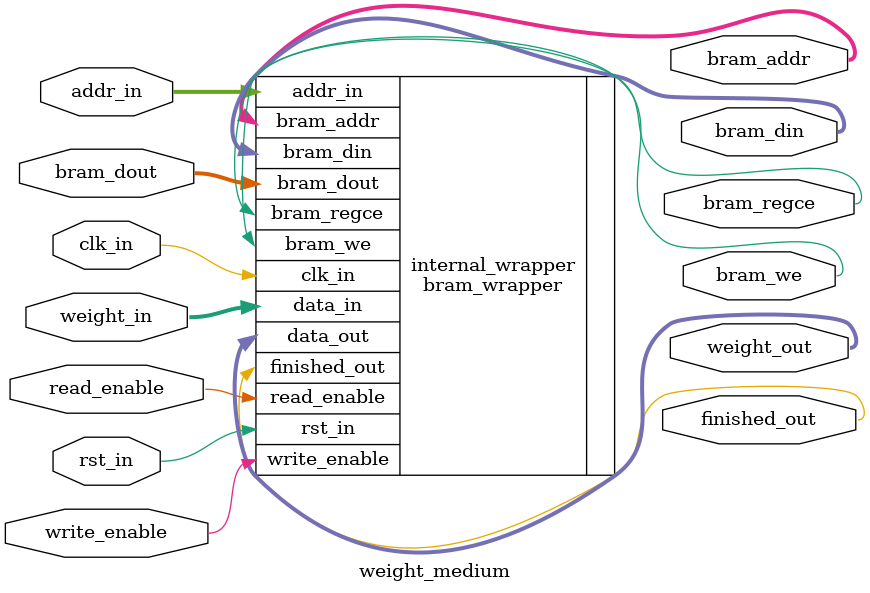
<source format=sv>
module weight_medium #(
    parameter ADDRS = 256,
    parameter BRAM_WIDTH = 64,
    parameter PIECES = 48
  ) (
    /* clock and reset */
    input wire clk_in,
    input wire rst_in,

    /* communication with cpu */
    input logic [ADDR_SIZE-1:0] addr_in,
    output wire [WIDTH-1:0] weight_out,
    input logic [WIDTH-1:0] weight_in,
    input logic read_enable,
    input logic write_enable,
    output wire finished_out,

    /* communication with the BRAM */
    input wire [BRAM_WIDTH-1:0] bram_dout, // the dout from the BRAM
    output logic [BRAM_ADDR_SIZE-1:0] bram_addr, // the addr from the BRAM
    output logic bram_we, // the we from the BRAM
    output logic bram_regce, // the regce from the BRAM
    output logic [BRAM_WIDTH-1:0] bram_din // the din from the BRAM
  );

  localparam ADDR_SIZE = $clog2(ADDRS);
  localparam BRAM_ADDR_SIZE = $clog2(ADDRS * PIECES);
  localparam WIDTH = PIECES * BRAM_WIDTH;

  bram_wrapper #(
    .ADDRS(ADDRS),
    .BRAM_WIDTH(BRAM_WIDTH),
    .PIECES(PIECES)
  ) internal_wrapper (
    .clk_in(clk_in),
    .rst_in(rst_in),

    .addr_in(addr_in),
    .data_out(weight_out),
    .data_in(weight_in),
    .read_enable(read_enable),
    .write_enable(write_enable),
    .finished_out(finished_out),

    .bram_dout(bram_dout),
    .bram_addr(bram_addr),
    .bram_we(bram_we),
    .bram_regce(bram_regce),
    .bram_din(bram_din)
  );

endmodule // weight_medium

</source>
